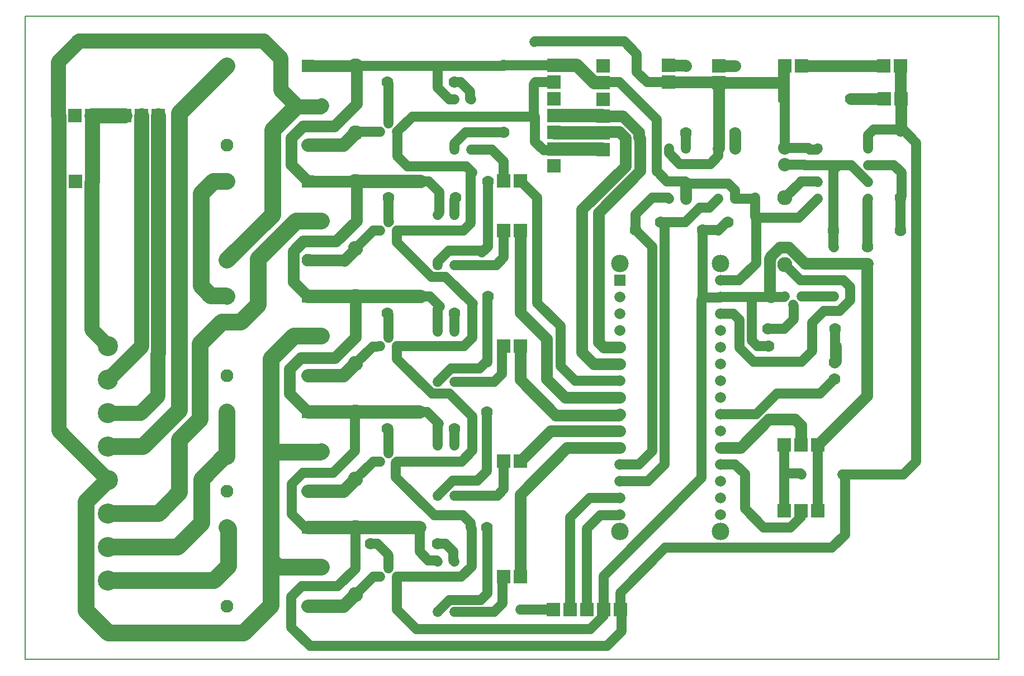
<source format=gbr>
G04 PROTEUS GERBER X2 FILE*
%TF.GenerationSoftware,Labcenter,Proteus,8.11-SP0-Build30052*%
%TF.CreationDate,2022-11-07T16:30:26+00:00*%
%TF.FileFunction,Copper,L2,Bot*%
%TF.FilePolarity,Positive*%
%TF.Part,Single*%
%TF.SameCoordinates,{2811b8d5-d4f7-46d7-8bd2-63344e37ddfc}*%
%FSLAX45Y45*%
%MOMM*%
G01*
%TA.AperFunction,Conductor*%
%ADD10C,2.540000*%
%ADD11C,2.286000*%
%ADD12C,2.032000*%
%ADD13C,1.524000*%
%ADD14C,1.778000*%
%TA.AperFunction,ViaPad*%
%ADD15C,0.762000*%
%TA.AperFunction,WasherPad*%
%ADD16R,1.660000X1.660000*%
%TA.AperFunction,ComponentPad*%
%ADD17C,1.660000*%
%ADD18C,2.667000*%
%TA.AperFunction,ComponentPad*%
%ADD19R,1.270000X1.270000*%
%ADD70C,1.270000*%
%TA.AperFunction,ComponentPad*%
%ADD71C,1.778000*%
%TA.AperFunction,ComponentPad*%
%ADD20R,2.032000X2.032000*%
%TA.AperFunction,ComponentPad*%
%ADD21C,2.032000*%
%ADD22C,2.286000*%
%TA.AperFunction,WasherPad*%
%ADD23R,1.950000X1.950000*%
%TA.AperFunction,ComponentPad*%
%ADD24C,1.950000*%
%TA.AperFunction,ComponentPad*%
%ADD25C,3.048000*%
%TA.AperFunction,Profile*%
%ADD26C,0.203200*%
%TD.AperFunction*%
D10*
X-8492000Y-2056000D02*
X-6887049Y-2056000D01*
X-6664117Y-1833068D01*
X-6664117Y-1277883D01*
X-6692000Y-1250000D01*
X-6005598Y-112857D02*
X-5274857Y-112857D01*
X-5262000Y-100000D01*
D11*
X-8492000Y+992000D02*
X-7988000Y+1496000D01*
X-7988000Y+5000000D01*
X-8492000Y+484000D02*
X-8008000Y+484000D01*
X-7742000Y+750000D01*
X-7742000Y+1382791D01*
X-7734000Y+1390791D01*
X-7734000Y+5000000D01*
X-8492000Y+1500000D02*
X-8742000Y+1750000D01*
X-8742000Y+2750000D01*
X-8742000Y+3992000D01*
X-8734000Y+4000000D01*
X-8242000Y+5000000D02*
X-8730000Y+5000000D01*
X-8734000Y+4996000D01*
X-8734000Y+4000000D02*
X-8734000Y+4996000D01*
X-8738000Y+5000000D01*
X-9242000Y+4000000D02*
X-9242000Y+4996000D01*
X-9246000Y+5000000D01*
D10*
X-8492000Y-24000D02*
X-7960122Y-24000D01*
X-7413163Y+522959D01*
X-7413163Y+5028837D01*
X-6692000Y+5750000D01*
X-8492000Y-1548000D02*
X-7432974Y-1548000D01*
X-7072468Y-1187494D01*
X-7072468Y-521266D01*
X-7058588Y-507386D01*
X-6732413Y-181211D01*
X-6690774Y-181211D01*
X-6690774Y+498774D01*
X-6692000Y+500000D01*
X-6692000Y+4000000D02*
X-6894185Y+4000000D01*
X-7081726Y+3812459D01*
X-7081726Y+2410601D01*
X-6935989Y+2264864D01*
X-6706864Y+2264864D01*
X-6692000Y+2250000D01*
D11*
X-9246000Y+5000000D02*
X-9246000Y+5812873D01*
X-8931788Y+6127085D01*
X-6136445Y+6127085D01*
X-6096127Y+6086767D01*
X-5881101Y+5871741D01*
X-5881101Y+5387931D01*
X-5639196Y+5146026D01*
X-5639196Y+5132587D01*
X-5279413Y+5132587D01*
X-5262000Y+5150000D01*
D12*
X-5462000Y+4550000D02*
X-4926000Y+4550000D01*
X-4742000Y+4734000D01*
D13*
X-4369000Y+4750000D02*
X-4726000Y+4750000D01*
X-4742000Y+4734000D01*
D14*
X-5462000Y+5750000D02*
X-4742000Y+5750000D01*
D13*
X-4742000Y+2984000D02*
X-4476000Y+3250000D01*
X-4369000Y+3250000D01*
D14*
X-5462000Y+4000000D02*
X-4742000Y+4000000D01*
D12*
X-1742000Y+4996000D02*
X-1000000Y+4996000D01*
X-992000Y+4988000D01*
X-1742000Y+5758000D02*
X-1392360Y+5758000D01*
X-1130360Y+5496000D01*
X-992000Y+5496000D01*
X-992000Y+4734000D02*
X-1734000Y+4734000D01*
X-1742000Y+4742000D01*
X-5462000Y-2450000D02*
X-4926000Y-2450000D01*
X-4742000Y-2266000D01*
X-5462000Y-700000D02*
X-4921548Y-700000D01*
X-4916211Y-694663D01*
X-4742000Y-520452D01*
X-4742000Y-516000D01*
X-5462000Y+1050000D02*
X-4926000Y+1050000D01*
X-4742000Y+1234000D01*
X-4742000Y+2250000D02*
X-3758000Y+2250000D01*
D13*
X-4742000Y-2266000D02*
X-4476000Y-2000000D01*
X-4369000Y-2000000D01*
X-4742000Y-516000D02*
X-4476000Y-250000D01*
X-4369000Y-250000D01*
D12*
X-4742000Y+500000D02*
X-3774000Y+500000D01*
X-4742000Y-1250000D02*
X-3774000Y-1250000D01*
D13*
X-4242000Y-123000D02*
X-4242000Y+234000D01*
X-4258000Y+250000D01*
X-4742000Y+1234000D02*
X-4483682Y+1492318D01*
X-4432500Y+1492318D01*
X-4369000Y+1500000D01*
X-4242000Y+1627000D02*
X-4242000Y+1984000D01*
X-4258000Y+2000000D01*
D14*
X-2246000Y-242000D02*
X-1790580Y+213420D01*
X-1090904Y+213420D01*
X-742580Y+213420D01*
X-742000Y+214000D01*
X-2250000Y+1500000D02*
X-2250000Y+987420D01*
X-1713613Y+451033D01*
X-758967Y+451033D01*
X-742000Y+468000D01*
X-2250000Y-2000000D02*
X-2250000Y-752442D01*
X-1540430Y-42872D01*
X-744872Y-42872D01*
X-742000Y-40000D01*
D13*
X-4242000Y+3750000D02*
X-4242000Y+3392155D01*
X-4238686Y+3388841D01*
X-4242000Y+3377000D01*
D14*
X-2250000Y+3250000D02*
X-2250000Y+2003368D01*
X-1852626Y+1605994D01*
X-1852626Y+998789D01*
X-1826969Y+973132D01*
X-1570403Y+716566D01*
X-1561852Y+716566D01*
X-747434Y+716566D01*
X-742000Y+722000D01*
X-742000Y+1230000D02*
X-1136501Y+1230000D01*
X-1314134Y+1407633D01*
X-1314134Y+3570671D01*
X-658940Y+4225865D01*
X-658940Y+4658940D01*
X-750000Y+4750000D01*
X-976000Y+4750000D01*
X-992000Y+4734000D01*
X-742000Y+1484000D02*
X-986613Y+1484000D01*
X-1062826Y+1560213D01*
X-1062826Y+3525795D01*
X-434559Y+4154062D01*
X-434559Y+4647703D01*
X-455740Y+4668884D01*
X-455740Y+4743107D01*
X-700633Y+4988000D01*
X-992000Y+4988000D01*
X+758000Y+5746000D02*
X+1004000Y+5746000D01*
X+1008000Y+5750000D01*
X+758000Y+5492000D02*
X+1742000Y+5492000D01*
X+1742000Y+5250000D02*
X+1742000Y+5492000D01*
X+1742000Y+5734000D01*
X+1758000Y+5750000D01*
X+1008000Y+4734000D02*
X+1008000Y+4500000D01*
X+0Y+5500000D02*
X+750000Y+5500000D01*
X+758000Y+5492000D01*
X+0Y+5754000D02*
X+254000Y+5754000D01*
X+258000Y+5750000D01*
D13*
X+258000Y+4734000D02*
X+258000Y+4500000D01*
D14*
X+258000Y+3738000D02*
X+258000Y+3927554D01*
X+290223Y+3959777D01*
D13*
X+1008000Y+3738000D02*
X+1008000Y+3858045D01*
X+906268Y+3959777D01*
X+290223Y+3959777D01*
X+250000Y+4000000D01*
X-24851Y+4000000D01*
X-174180Y+4149329D01*
X-183657Y+4149329D01*
X-183657Y+4933657D01*
X-750000Y+5500000D01*
X-988000Y+5500000D01*
X-992000Y+5496000D01*
D14*
X+758000Y+5492000D02*
X+758000Y+4504000D01*
X+754000Y+4500000D01*
D13*
X+4000Y+4500000D02*
X+4000Y+4426075D01*
X+167015Y+4263060D01*
X+631417Y+4263060D01*
X+754000Y+4385643D01*
X+754000Y+4500000D01*
X+1758000Y+4504000D02*
X+2115403Y+4504000D01*
X+2138358Y+4481045D01*
X+2239045Y+4481045D01*
X+2258000Y+4500000D01*
X+1758000Y+4250000D02*
X+2056642Y+4250000D01*
X+2062537Y+4244105D01*
X+2256105Y+4244105D01*
X+2258000Y+4246000D01*
X+1758000Y+4504000D02*
X+1758000Y+5234000D01*
X+1742000Y+5250000D01*
X+1758000Y+3750000D02*
X+2000000Y+3992000D01*
X+2000000Y+4000000D01*
X+2250000Y+4000000D01*
X+2258000Y+3992000D01*
X+782000Y+2500000D02*
X+1067163Y+2500000D01*
X+1323283Y+2756120D01*
X+1323283Y+3447986D01*
X+1967986Y+3447986D01*
X+2258000Y+3738000D01*
D14*
X+2012000Y+5750000D02*
X+3254000Y+5750000D01*
X+2758000Y+5250000D02*
X+3262000Y+5250000D01*
X+3508000Y+5750000D02*
X+3508000Y+5258000D01*
X+3516000Y+5250000D01*
D13*
X+3020000Y+4246000D02*
X+3407760Y+4246000D01*
X+3524062Y+4129698D01*
X+3524062Y+3766062D01*
X+3508000Y+3750000D01*
X+3008000Y+3004000D02*
X+3008000Y+3726000D01*
X+3020000Y+3738000D01*
X+2258000Y+4246000D02*
X+2571562Y+4246000D01*
X+2766000Y+4246000D01*
X+3020000Y+3992000D01*
D14*
X+2524000Y+1500000D02*
X+2524000Y+1270000D01*
X+2508000Y+1254000D01*
D13*
X+1750000Y+2246000D02*
X+1754000Y+2250000D01*
X+782000Y+468000D02*
X+1323706Y+468000D01*
X+1635706Y+780000D01*
X+2288000Y+780000D01*
X+2508000Y+1000000D01*
X+1500000Y+1758000D02*
X+1748725Y+1758000D01*
X+1897174Y+1906449D01*
X+1897174Y+2106826D01*
X+1881000Y+2123000D01*
X+1508000Y+1500000D02*
X+1346522Y+1500000D01*
X+1262174Y+1584348D01*
X+1262174Y+2246000D01*
X+782000Y+2246000D02*
X+1262174Y+2246000D01*
D14*
X+2000000Y+0D02*
X+2000000Y+294349D01*
X+1906377Y+387972D01*
X+1513085Y+387972D01*
X+1085113Y-40000D01*
X+782000Y-40000D01*
X+2254000Y+0D02*
X+3000000Y+746000D01*
X+3000000Y+2000000D01*
X+3000000Y+2742000D01*
X+3008000Y+2750000D01*
X+2065943Y+2750000D01*
X+1815943Y+3000000D01*
X+1683914Y+3000000D01*
X+1547464Y+2863550D01*
X+1547464Y+2846752D01*
X+1529400Y+2828688D01*
X+1529400Y+2264064D01*
X+1547464Y+2246000D01*
D13*
X+1262174Y+2246000D02*
X+1547464Y+2246000D01*
X+1750000Y+2246000D01*
X-5462000Y-1250000D02*
X-5506409Y-1250000D01*
X-5708681Y-1047728D01*
X-5708681Y-591832D01*
X-5541208Y-424359D01*
X-5085311Y-424359D01*
X-4750366Y-89414D01*
X-4750366Y+500000D01*
D12*
X-5462000Y+500000D02*
X-5000000Y+500000D01*
X-4750366Y+500000D01*
X-4742000Y+500000D01*
D10*
X-8492000Y-532000D02*
X-8825531Y-865531D01*
X-8825531Y-2517765D01*
X-8490586Y-2852710D01*
X-6434395Y-2852710D01*
X-6019038Y-2437353D01*
X-6019038Y-1750000D01*
X-6019038Y-1456772D01*
X-5262000Y-1850000D02*
X-5919038Y-1850000D01*
X-6019038Y-1750000D01*
D11*
X-8492000Y-532000D02*
X-9242000Y+218000D01*
X-9242000Y+4000000D01*
D14*
X-5462000Y+2800000D02*
X-4923430Y+2800000D01*
X-4917715Y+2794285D01*
X-4742000Y+2970000D01*
X-4742000Y+2984000D01*
D10*
X-8492000Y-1040000D02*
X-7726593Y-1040000D01*
X-7409333Y-722740D01*
X-7409333Y+76889D01*
X-7390518Y+95704D01*
X-7098888Y+387334D01*
X-7098888Y+1535038D01*
X-6769629Y+1864297D01*
X-6478000Y+1864297D01*
X-6214592Y+2127705D01*
X-6214592Y+2823851D01*
X-5638443Y+3400000D01*
X-5262000Y+3400000D01*
D14*
X-5462000Y+2250000D02*
X-5687777Y+2475777D01*
X-5687777Y+2513407D01*
X-5687777Y+2936741D01*
X-5537259Y+3087259D01*
X-5038667Y+3087259D01*
X-4728223Y+3397703D01*
X-4728223Y+4000000D01*
D12*
X-4742000Y+4000000D02*
X-4728223Y+4000000D01*
X-3758000Y+4000000D01*
D10*
X-6692000Y+2800000D02*
X-6000000Y+3492000D01*
X-6000000Y+4771783D01*
X-5639196Y+5132587D01*
D14*
X-5462000Y+4000000D02*
X-5716000Y+4254000D01*
X-5716000Y+4658296D01*
X-5537259Y+4837037D01*
X-5490222Y+4837037D01*
X-5066889Y+4837037D01*
X-4728223Y+5175703D01*
X-4728223Y+5750000D01*
D10*
X-5262000Y+1650000D02*
X-5675063Y+1650000D01*
X-6023528Y+1301535D01*
X-6023528Y-108367D01*
X-6019038Y-112857D01*
X-6019038Y-1456772D02*
X-6019038Y-112857D01*
X-6005598Y-112857D01*
D14*
X-5462000Y+500000D02*
X-5741306Y+779306D01*
X-5741306Y+821757D01*
X-5741306Y+1151016D01*
X-5571972Y+1320350D01*
X-5054564Y+1320350D01*
X-4744120Y+1630794D01*
X-4744120Y+2250000D01*
D12*
X-5462000Y+2250000D02*
X-4744120Y+2250000D01*
X-4742000Y+2250000D01*
D13*
X+516000Y+3258000D02*
X+516000Y+2260064D01*
X-742000Y-548000D02*
X-313685Y-548000D01*
X-61020Y-295335D01*
X-61020Y+3319020D01*
X-121000Y+3379000D01*
X-500000Y+3258000D02*
X-500000Y+3500000D01*
X-250000Y+3750000D01*
X-8000Y+3750000D01*
X+4000Y+3738000D01*
X-121000Y+3379000D02*
X+251332Y+3379000D01*
X+472157Y+3599825D01*
X+615825Y+3599825D01*
X+754000Y+3738000D01*
X+516000Y+3258000D02*
X+742000Y+3258000D01*
X+750000Y+3250000D01*
X+879000Y+3379000D01*
X+895000Y+3379000D01*
X+3020000Y+4500000D02*
X+3020000Y+4702848D01*
X+3099722Y+4782570D01*
X+3491430Y+4782570D01*
X+3508000Y+4766000D01*
X+2492000Y+3250000D02*
X+2492000Y+4166438D01*
X+2571562Y+4246000D01*
X+2492000Y+3250000D02*
X+2492000Y+3008000D01*
X+2500000Y+3000000D01*
X+2500000Y+2250000D02*
X+2008000Y+2250000D01*
X+782000Y+1992000D02*
X+976601Y+1992000D01*
X+1071982Y+1896619D01*
X+1071982Y+1474519D01*
X+1286734Y+1259767D01*
X+2012448Y+1259767D01*
X+2175364Y+1422683D01*
X+2175364Y+1852187D01*
X+2353090Y+2029913D01*
X+2590058Y+2029913D01*
X+2750000Y+2189855D01*
X+2750000Y+2395744D01*
X+2649300Y+2496444D01*
X+1995556Y+2496444D01*
X+1758000Y+2734000D01*
X+3508000Y+3750000D02*
X+3508000Y+3250000D01*
X+2516000Y+1758000D02*
X+2516000Y+1508000D01*
X+2524000Y+1500000D01*
X+1008000Y+3738000D02*
X+1296950Y+3738000D01*
X+1308950Y+3750000D01*
X+1308950Y+3462319D01*
X+1323283Y+3447986D01*
X+2254000Y+0D02*
X+2254000Y-1000000D01*
X+1745066Y-433912D02*
X+1993422Y-433912D01*
X+2010355Y-450845D01*
D14*
X+3516000Y+5250000D02*
X+3516000Y+4774000D01*
X+3508000Y+4766000D01*
D13*
X+1746000Y+0D02*
X+1746000Y-432978D01*
X+1745066Y-433912D01*
X+1745066Y-999066D01*
X+1746000Y-1000000D01*
X+782000Y-294000D02*
X+1004202Y-294000D01*
X+1153334Y-443132D01*
X+1153334Y-965906D01*
X+1437450Y-1250022D01*
X+1842862Y-1250022D01*
X+2000000Y-1092884D01*
X+2000000Y-1000000D01*
X-500000Y+3258000D02*
X-250000Y+3008000D01*
X-250000Y-91837D01*
X-453498Y-295335D01*
X-740665Y-295335D01*
X-742000Y-294000D01*
D12*
X-1742000Y+4488000D02*
X-1346740Y+4488000D01*
X-1000000Y+4488000D01*
X-992000Y+4480000D01*
D13*
X+2625600Y-445200D02*
X+2661277Y-445200D01*
X-4242000Y-1873000D02*
X-4242000Y-1673274D01*
X-4274178Y-1641096D01*
X-4415274Y-1500000D01*
X-4516000Y-1500000D01*
X-3500000Y-1500000D02*
X-3380822Y-1500000D01*
X-3262877Y-1617945D01*
X-3262877Y-1749123D01*
X-3246000Y-1766000D01*
X-3774000Y-1250000D02*
X-3774000Y-1620041D01*
X-3645617Y-1748424D01*
X-3517576Y-1748424D01*
X-3500000Y-1766000D01*
X-3246000Y-770000D02*
X-2597604Y-770000D01*
X-2497398Y-669794D01*
X-2497398Y-244602D01*
X-2500000Y-242000D01*
X-3242000Y+960000D02*
X-2642124Y+960000D01*
X-2523494Y+1078630D01*
X-2523494Y+1480506D01*
X-2504000Y+1500000D01*
X-3246000Y+2730000D02*
X-2611850Y+2730000D01*
X-2497398Y+2844452D01*
X-2497398Y+3243398D01*
X-2504000Y+3250000D01*
X-3496000Y+960000D02*
X-3299083Y+1156917D01*
X-2862740Y+1156917D01*
X-2769657Y+1250000D01*
X-2750000Y+1250000D01*
X-2750000Y+2242000D01*
X-2742000Y+2250000D01*
X-3500000Y+2730000D02*
X-3500000Y+2781301D01*
X-3332466Y+2948835D01*
X-2854042Y+2948835D01*
X-2827946Y+2922739D01*
X-2740959Y+3009726D01*
X-2740959Y+3079315D01*
X-2740959Y+3998959D01*
X-2742000Y+4000000D01*
X-3242000Y+1722000D02*
X-3242000Y+2000000D01*
X-3246000Y-8000D02*
X-3246000Y+246000D01*
X-3242000Y+250000D01*
X-3500000Y-8000D02*
X-3500000Y+302192D01*
X-3480343Y+321849D01*
X-3658494Y+500000D01*
X-3774000Y+500000D01*
X-3496000Y+1722000D02*
X-3496000Y+2063315D01*
X-3462946Y+2096369D01*
X-3616577Y+2250000D01*
X-3758000Y+2250000D01*
X-3500000Y+3492000D02*
X-3471644Y+3520356D01*
X-3471644Y+3836095D01*
X-3635549Y+4000000D01*
X-3758000Y+4000000D01*
X-3246000Y-2528000D02*
X-2641974Y-2528000D01*
X-2514795Y-2400821D01*
X-2514795Y-2010795D01*
X-2504000Y-2000000D01*
X-3500000Y-2528000D02*
X-3322258Y-2350258D01*
X-2888836Y-2350258D01*
X-2850258Y-2350258D01*
X-2750000Y-2250000D01*
X-2750000Y-1258000D01*
X-2758000Y-1250000D01*
X-4115000Y-2000000D02*
X-3140412Y-2000000D01*
X-2984521Y-1844109D01*
X-2984521Y-1265479D01*
X-3000000Y-1250000D01*
X-3000000Y-1184931D01*
X-3115000Y-1069931D01*
X-3549932Y-1069931D01*
X-3558631Y-1061232D01*
X-4132739Y-487124D01*
X-4132739Y-487123D01*
X-4132739Y-267739D01*
X-4115000Y-250000D01*
X-3500000Y-770000D02*
X-3269315Y-539315D01*
X-2897535Y-539315D01*
X-2758357Y-400137D01*
X-2758357Y-391438D01*
X-2758357Y+499643D01*
X-2758000Y+500000D01*
X-4115000Y-250000D02*
X-3138836Y-250000D01*
X-2975822Y-86986D01*
X-2975822Y+434930D01*
X-2993220Y+452328D01*
X-3323092Y+782200D01*
X-3588884Y+782200D01*
X-4115000Y+1308316D01*
X-4115000Y+1500000D01*
X-3102465Y+1500000D01*
X-2975822Y+1626643D01*
X-2975822Y+2131165D01*
X-2967124Y+2139863D01*
X-3379461Y+2552200D01*
X-3592884Y+2552200D01*
X-4115000Y+3074316D01*
X-4115000Y+3250000D01*
X-742000Y+976000D02*
X-1420520Y+976000D01*
X-1641370Y+1196850D01*
X-1641370Y+1805754D01*
X-1989315Y+2153699D01*
X-1989315Y+3751315D01*
X-2246000Y+4008000D01*
X-3246000Y+3492000D02*
X-3246000Y+3730000D01*
X-3226000Y+3750000D01*
X-4115000Y+3250000D02*
X-3111713Y+3250000D01*
X-3000000Y+3361713D01*
X-3000000Y+3500000D01*
X-3000000Y+4100548D01*
X-2972261Y+4128287D01*
X-3067946Y+4223972D01*
X-3955205Y+4223972D01*
X-4111780Y+4380547D01*
X-4111780Y+4389246D01*
X-4111780Y+4746780D01*
X-4115000Y+4750000D01*
X-4242000Y+4877000D02*
X-4242000Y+5484000D01*
X-4266000Y+5508000D01*
X-3250000Y+5508000D02*
X-3151562Y+5508000D01*
X-3007055Y+5363493D01*
X-3007055Y+5253055D01*
X-2996000Y+5242000D01*
X-4742000Y+5750000D02*
X-4728223Y+5750000D01*
X-1742000Y+5758000D02*
X-2500000Y+5758000D01*
X-3250000Y+5242000D02*
X-3320493Y+5242000D01*
X-3500000Y+5421507D01*
X-3500000Y+5500000D01*
X-3500000Y+5750000D01*
X-4728223Y+5750000D02*
X-3500000Y+5750000D01*
X-2508000Y+5750000D01*
X-2500000Y+5758000D01*
X-2024110Y+4980753D02*
X-2024110Y+4598013D01*
X-1893631Y+4467534D01*
X-1876233Y+4467534D01*
X-1762466Y+4467534D01*
X-1742000Y+4488000D01*
X-3250000Y+4480000D02*
X-3250000Y+4572534D01*
X-3076644Y+4745890D01*
X-2503890Y+4745890D01*
X-2500000Y+4742000D01*
X-2996000Y+4480000D02*
X-2680275Y+4480000D01*
X-2502535Y+4302260D01*
X-2502535Y+4010535D01*
X-2500000Y+4008000D01*
X-4115000Y+4750000D02*
X-3884247Y+4980753D01*
X-3816027Y+4980753D01*
X-2045926Y+4980753D01*
X-2024110Y+4980753D01*
X+0Y+5500000D02*
X-327219Y+5500000D01*
X-483521Y+5656302D01*
X-483521Y+5926886D01*
X-675548Y+6118913D01*
X-2028470Y+6118913D01*
X-2037198Y+6110185D01*
X-1742000Y+5504000D02*
X-2014929Y+5504000D01*
X-2045926Y+5473003D01*
X-2045926Y+4980753D01*
X-1242000Y-2500000D02*
X-1242000Y-1267120D01*
X-1037841Y-1062961D01*
X-748961Y-1062961D01*
X-742000Y-1056000D01*
X-1496000Y-2500000D02*
X-1496000Y-1100483D01*
X-1199625Y-804108D01*
X-744108Y-804108D01*
X-742000Y-802000D01*
X-4115000Y-2000000D02*
X-4115000Y-2499559D01*
X-3820515Y-2794044D01*
X-1189160Y-2794044D01*
X-988000Y-2592884D01*
X-988000Y-2500000D01*
X-1750000Y-2500000D02*
X-2250000Y-2500000D01*
X-2266080Y-3046761D02*
X-5433863Y-3046761D01*
X-5715284Y-2765340D01*
X-5715284Y-2303522D01*
X-5556534Y-2144772D01*
X-5015340Y-2144772D01*
X-4748352Y-1877784D01*
X-4748352Y-1250000D01*
D12*
X-5462000Y-1250000D02*
X-4748352Y-1250000D01*
X-4742000Y-1250000D01*
D13*
X-988000Y-2500000D02*
X-988000Y-1988000D01*
X+500000Y-500000D01*
X+500000Y+2198456D01*
X+538804Y+2237260D01*
X+516000Y+2260064D02*
X+538804Y+2237260D01*
X+773260Y+2237260D01*
X+782000Y+2246000D01*
X-734000Y-2500000D02*
X-734000Y-2244425D01*
X-50898Y-1561323D01*
X+2472820Y-1561323D01*
X+2668205Y-1365938D01*
X+2668205Y-445200D01*
X+2661277Y-445200D02*
X+2668205Y-445200D01*
X+3554800Y-445200D01*
X+3750000Y-250000D01*
X+3750000Y+4581326D01*
X+3750687Y+4582013D01*
X+3558700Y+4774000D01*
X+3516000Y+4774000D01*
X-2266080Y-3046761D02*
X-933900Y-3046761D01*
X-718462Y-2831323D01*
X-718462Y-2515538D01*
X-734000Y-2500000D01*
D15*
X+2500000Y+3000000D03*
X+2500000Y+2250000D03*
X+2010355Y-450845D03*
X+2625600Y-445200D03*
X-2037198Y+6110185D03*
X-2045926Y+5473003D03*
X-2250000Y-2500000D03*
X-2266080Y-3046761D03*
D16*
X-742000Y+2500000D03*
D17*
X-742000Y+2246000D03*
X-742000Y+1992000D03*
X-742000Y+1738000D03*
X-742000Y+1484000D03*
X-742000Y+1230000D03*
X-742000Y+976000D03*
X-742000Y+722000D03*
X-742000Y+468000D03*
X-742000Y+214000D03*
X-742000Y-40000D03*
X-742000Y-294000D03*
X-742000Y-548000D03*
X-742000Y-802000D03*
X-742000Y-1056000D03*
X+782000Y+2500000D03*
X+782000Y+2246000D03*
X+782000Y+1992000D03*
X+782000Y+1738000D03*
X+782000Y+1484000D03*
X+782000Y+1230000D03*
X+782000Y+976000D03*
X+782000Y+722000D03*
X+782000Y+468000D03*
X+782000Y+214000D03*
X+782000Y-40000D03*
X+782000Y-294000D03*
X+782000Y-548000D03*
X+782000Y-802000D03*
X+782000Y-1056000D03*
D18*
X-742000Y+2754000D03*
X-742000Y-1310000D03*
X+782000Y-1310000D03*
X+782000Y+2754000D03*
D19*
X+258000Y+4500000D03*
D70*
X+4000Y+4500000D03*
X+4000Y+3738000D03*
X+258000Y+3738000D03*
D19*
X+1008000Y+4500000D03*
D70*
X+754000Y+4500000D03*
X+754000Y+3738000D03*
X+1008000Y+3738000D03*
D71*
X+258000Y+5750000D03*
X+258000Y+4734000D03*
X-121000Y+3379000D03*
X+895000Y+3379000D03*
X-500000Y+3258000D03*
X+516000Y+3258000D03*
X+1008000Y+5750000D03*
X+1008000Y+4734000D03*
D19*
X+2258000Y+4500000D03*
D70*
X+2258000Y+4246000D03*
X+2258000Y+3992000D03*
X+2258000Y+3738000D03*
X+3020000Y+3738000D03*
X+3020000Y+3992000D03*
X+3020000Y+4246000D03*
X+3020000Y+4500000D03*
D20*
X-992000Y+5750000D03*
X-992000Y+5496000D03*
X-992000Y+5242000D03*
X-992000Y+4988000D03*
X-992000Y+4734000D03*
X-992000Y+4480000D03*
X-1742000Y+5758000D03*
X-1742000Y+5504000D03*
X-1742000Y+5250000D03*
X-1742000Y+4996000D03*
X-1742000Y+4742000D03*
X-1742000Y+4488000D03*
X-1742000Y+4234000D03*
D71*
X+3508000Y+3750000D03*
X+3508000Y+4766000D03*
X+2492000Y+3250000D03*
X+3508000Y+3250000D03*
D21*
X+1758000Y+4250000D03*
X+1758000Y+4504000D03*
D71*
X+3008000Y+2750000D03*
X+3008000Y+3004000D03*
D22*
X+1758000Y+2734000D03*
X+1758000Y+3750000D03*
D70*
X+1754000Y+2250000D03*
X+1881000Y+2123000D03*
X+2008000Y+2250000D03*
D71*
X+1500000Y+1758000D03*
X+2516000Y+1758000D03*
X+1508000Y+1500000D03*
X+2524000Y+1500000D03*
X+2508000Y+1254000D03*
X+2508000Y+1000000D03*
D20*
X+1746000Y+0D03*
X+2000000Y+0D03*
X+2254000Y+0D03*
X+0Y+5754000D03*
X+0Y+5500000D03*
X+1758000Y+5750000D03*
X+2012000Y+5750000D03*
D23*
X-5462000Y+5750000D03*
D24*
X-6692000Y+5750000D03*
X-6692000Y+4550000D03*
X-5462000Y+4550000D03*
X-5262000Y+5150000D03*
D23*
X-5462000Y+4000000D03*
D24*
X-6692000Y+4000000D03*
X-6692000Y+2800000D03*
X-5462000Y+2800000D03*
X-5262000Y+3400000D03*
D23*
X-5462000Y+2250000D03*
D24*
X-6692000Y+2250000D03*
X-6692000Y+1050000D03*
X-5462000Y+1050000D03*
X-5262000Y+1650000D03*
D23*
X-5462000Y+500000D03*
D24*
X-6692000Y+500000D03*
X-6692000Y-700000D03*
X-5462000Y-700000D03*
X-5262000Y-100000D03*
D23*
X-5462000Y-1250000D03*
D24*
X-6692000Y-1250000D03*
X-6692000Y-2450000D03*
X-5462000Y-2450000D03*
X-5262000Y-1850000D03*
D19*
X-3250000Y+4480000D03*
D70*
X-2996000Y+4480000D03*
X-2996000Y+5242000D03*
X-3250000Y+5242000D03*
D19*
X-3500000Y+2730000D03*
D70*
X-3246000Y+2730000D03*
X-3246000Y+3492000D03*
X-3500000Y+3492000D03*
D19*
X-3496000Y+960000D03*
D70*
X-3242000Y+960000D03*
X-3242000Y+1722000D03*
X-3496000Y+1722000D03*
D19*
X-3500000Y-770000D03*
D70*
X-3246000Y-770000D03*
X-3246000Y-8000D03*
X-3500000Y-8000D03*
D19*
X-3500000Y-2528000D03*
D70*
X-3246000Y-2528000D03*
X-3246000Y-1766000D03*
X-3500000Y-1766000D03*
D71*
X-2500000Y+5758000D03*
X-2500000Y+4742000D03*
X-3758000Y+4000000D03*
X-2742000Y+4000000D03*
X-3758000Y+2250000D03*
X-2742000Y+2250000D03*
X-3774000Y+500000D03*
X-2758000Y+500000D03*
X-3774000Y-1250000D03*
X-2758000Y-1250000D03*
D22*
X-4742000Y+4734000D03*
X-4742000Y+5750000D03*
X-4742000Y+2984000D03*
X-4742000Y+4000000D03*
X-4742000Y+1234000D03*
X-4742000Y+2250000D03*
X-4742000Y-516000D03*
X-4742000Y+500000D03*
X-4742000Y-2266000D03*
X-4742000Y-1250000D03*
D20*
X-2500000Y+4008000D03*
X-2246000Y+4008000D03*
X-2504000Y+3250000D03*
X-2250000Y+3250000D03*
X-2504000Y+1500000D03*
X-2250000Y+1500000D03*
X-2500000Y-242000D03*
X-2246000Y-242000D03*
X-2504000Y-2000000D03*
X-2250000Y-2000000D03*
X+3508000Y+5750000D03*
X+3254000Y+5750000D03*
X+3516000Y+5250000D03*
X+3262000Y+5250000D03*
D71*
X+2758000Y+5250000D03*
X+1742000Y+5250000D03*
D20*
X+758000Y+5492000D03*
X+758000Y+5746000D03*
D71*
X-3250000Y+5508000D03*
X-4266000Y+5508000D03*
D70*
X-4115000Y+3250000D03*
X-4242000Y+3377000D03*
X-4369000Y+3250000D03*
D71*
X-3226000Y+3750000D03*
X-4242000Y+3750000D03*
D70*
X-4115000Y+1500000D03*
X-4242000Y+1627000D03*
X-4369000Y+1500000D03*
D71*
X-3242000Y+2000000D03*
X-4258000Y+2000000D03*
D70*
X-4115000Y-250000D03*
X-4242000Y-123000D03*
X-4369000Y-250000D03*
D71*
X-3242000Y+250000D03*
X-4258000Y+250000D03*
D70*
X-4115000Y-2000000D03*
X-4242000Y-1873000D03*
X-4369000Y-2000000D03*
D71*
X-3500000Y-1500000D03*
X-4516000Y-1500000D03*
D20*
X-9242000Y+4000000D03*
X-8988000Y+4000000D03*
X-8734000Y+4000000D03*
X-7734000Y+5000000D03*
X-7988000Y+5000000D03*
X-8242000Y+5000000D03*
X+1746000Y-1000000D03*
X+2000000Y-1000000D03*
X+2254000Y-1000000D03*
D25*
X-8492000Y+1500000D03*
X-8492000Y+992000D03*
X-8492000Y+484000D03*
X-8492000Y-24000D03*
X-8492000Y-532000D03*
X-8492000Y-1040000D03*
X-8492000Y-1548000D03*
X-8492000Y-2056000D03*
D20*
X-9246000Y+5000000D03*
X-8992000Y+5000000D03*
X-8738000Y+5000000D03*
D70*
X-4115000Y+4750000D03*
X-4242000Y+4877000D03*
X-4369000Y+4750000D03*
D20*
X-1750000Y-2500000D03*
X-1496000Y-2500000D03*
X-1242000Y-2500000D03*
X-988000Y-2500000D03*
X-734000Y-2500000D03*
D26*
X-9750000Y-3250000D02*
X+5000000Y-3250000D01*
X+5000000Y+6500000D01*
X-9750000Y+6500000D01*
X-9750000Y-3250000D01*
M02*

</source>
